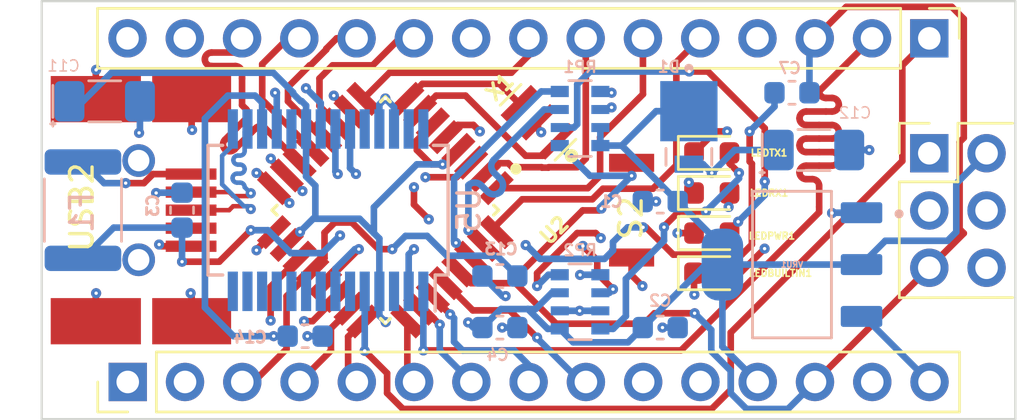
<source format=kicad_pcb>
(kicad_pcb (version 20211014) (generator pcbnew)
  (layers (0 "F.Cu" signal) (1 "In1.Cu" signal) (2 "In2.Cu" signal) (31 "B.Cu" signal) (34 "B.Paste" user) (35 "F.Paste" user) (36 "B.SilkS" user "B.Silkscreen") (37 "F.SilkS" user "F.Silkscreen") (38 "B.Mask" user) (39 "F.Mask" user) (44 "Edge.Cuts" user))
  (net 0 "")
  (net 1 "VBUS")
  (net 2 "+5V")
  (net 3 "Net-(F1-Pad2)")
  (net 4 "D1{slash}TX")
  (net 5 "D0{slash}RX")
  (net 6 "GND")
  (net 7 "RST")
  (net 8 "D2")
  (net 9 "D3")
  (net 10 "D4")
  (net 11 "D5")
  (net 12 "D6")
  (net 13 "D7")
  (net 14 "D8")
  (net 15 "D9")
  (net 16 "D10")
  (net 17 "D11{slash}MOSI")
  (net 18 "D12{slash}MISO")
  (net 19 "D13{slash}SCK")
  (net 20 "+3V3")
  (net 21 "AREF")
  (net 22 "A0")
  (net 23 "A1")
  (net 24 "A2")
  (net 25 "A3")
  (net 26 "A4")
  (net 27 "A5")
  (net 28 "A6")
  (net 29 "A7")
  (net 30 "VCC")
  (net 31 "RP2A2")
  (net 32 "RP1C2")
  (net 33 "Net-(LEDRX1-Pad1)")
  (net 34 "Net-(LEDRX1-Pad2)")
  (net 35 "Net-(LEDTX1-Pad1)")
  (net 36 "Net-(LEDTX1-Pad2)")
  (net 37 "RP1A1")
  (net 38 "Net-(U2-Pad7)")
  (net 39 "Net-(U2-Pad8)")
  (net 40 "RP1B1")
  (net 41 "Net-(C7-Pad1)")
  (net 54 "D+")
  (net 55 "D-")
  (footprint "CSTCE16M0V53Z-R0:OSC_CSTCE16M0V53Z-R0" (layer "F.Cu") (at 153.3295 98.7195 135)
    (fp_text reference "X1")
    (fp_text value "CSTCE16M0V53Z-R0" hide)
  )
  (footprint "SKRKAEE010:SKRK" (layer "F.Cu") (at 157.48 102.616 90)
    (fp_text reference "S2")
    (fp_text value "SW")
  )
  (footprint "LED_SMD:LED_0603_1608Metric" (layer "F.Cu") (at 161.036 100.076)
    (fp_text reference "LEDTX1")
    (fp_text value "Green LED-0603" hide)
  )
  (footprint "ATMEGA328PB-AU:QFP80P900X900X120-32N" (layer "F.Cu") (at 146.558 102.616 -135)
    (fp_text reference "U2")
    (fp_text value "ATMEGA328PB-AU" hide)
  )
  (footprint "Connector_PinHeader_2.54mm:PinHeader_2x03_P2.54mm_Vertical" (layer "F.Cu") (at 170.683 100.091)
    (fp_text reference "H3" hide)
    (fp_text value "CONN_03X22X3_SILK_MALE_PTH" hide)
  )
  (footprint "Connector_PinHeader_2.54mm:PinHeader_1x15_P2.54mm_Vertical" (layer "F.Cu") (at 170.683 94.996 -90)
    (fp_text reference "H1" hide)
    (fp_text value "CONN_15" hide)
  )
  (footprint "Connector_PinHeader_2.54mm:PinHeader_1x15_P2.54mm_Vertical" (layer "F.Cu") (at 135.133 110.236 90)
    (fp_text reference "H2" hide)
    (fp_text value "CONN_15" hide)
  )
  (footprint "LED_SMD:LED_0603_1608Metric" (layer "F.Cu") (at 161.036 103.632)
    (fp_text reference "LEDPWR1")
    (fp_text value "GREEN LED-0603" hide)
  )
  (footprint "67503-1020:67503-1020" (layer "F.Cu") (at 129.7177 102.616)
    (fp_text reference "USB2")
    (fp_text value "USB_B_Mini" hide)
  )
  (footprint "LED_SMD:LED_0603_1608Metric" (layer "F.Cu") (at 161.036 105.41)
    (fp_text reference "LEDBUILTIN1")
    (fp_text value "LED-0603" hide)
  )
  (footprint "LED_SMD:LED_0603_1608Metric" (layer "F.Cu") (at 161.036 101.854)
    (fp_text reference "LEDRX1")
    (fp_text value "Red LED-0603" hide)
  )
  (footprint "Capacitor_SMD:C_0603_1608Metric" (layer "B.Cu") (at 151.638 105.537 180)
    (fp_text reference "C13")
    (fp_text value "100nF" hide)
  )
  (footprint "Capacitor_SMD:C_0603_1608Metric" (layer "B.Cu") (at 151.638 107.823)
    (fp_text reference "C4")
    (fp_text value "1uF" hide)
  )
  (footprint "Capacitor_SMD:C_0603_1608Metric" (layer "B.Cu") (at 137.541 102.616 90)
    (fp_text reference "C3")
    (fp_text value "100nF")
  )
  (footprint "Package_SO:SSOP-28_5.3x10.2mm_P0.65mm" (layer "B.Cu") (at 144.018 102.616 90)
    (fp_text reference "U5")
    (fp_text value "FT232RL" hide)
  )
  (footprint "Resistor_SMD:R_Array_Convex_4x0603" (layer "B.Cu") (at 155.194 106.68 180)
    (fp_text reference "RP2")
    (fp_text value "1K" hide)
  )
  (footprint "Capacitor_SMD:C_1206_3216Metric_Pad1.33x1.80mm_HandSolder" (layer "B.Cu") (at 134.112 97.79)
    (fp_text reference "C11")
    (fp_text value "4.7Uf" hide)
  )
  (footprint "SS3P3HM3_85A:DIO_SS3P3HM3_85A" (layer "B.Cu") (at 160.02 98.9247 -90)
    (fp_text reference "D1")
    (fp_text value "DIODE" hide)
  )
  (footprint "LM1117IMPX:SOT230P700X180-4N" (layer "B.Cu") (at 164.592 105.029 180)
    (fp_text reference "VRU1")
    (fp_text value "LM1117IMPX-5.0" hide)
  )
  (footprint "Capacitor_SMD:C_0603_1608Metric" (layer "B.Cu") (at 158.75 107.823)
    (fp_text reference "C2")
    (fp_text value "1uF" hide)
  )
  (footprint "Capacitor_SMD:C_0603_1608Metric" (layer "B.Cu") (at 143.002 108.204)
    (fp_text reference "C14")
    (fp_text value "100nF" hide)
  )
  (footprint "Resistor_SMD:R_Array_Convex_4x0603" (layer "B.Cu") (at 155.194 98.552)
    (fp_text reference "RP1")
    (fp_text value "1K" hide)
  )
  (footprint "Fuse:Fuse_1812_4532Metric" (layer "B.Cu") (at 133.1468 102.616 90)
    (fp_text reference "F1")
    (fp_text value "500mA" hide)
  )
  (footprint "Capacitor_SMD:C_0603_1608Metric" (layer "B.Cu") (at 158.75 102.235 180)
    (fp_text reference "C1")
    (fp_text value "1uF" hide)
  )
  (footprint "Capacitor_SMD:C_0603_1608Metric" (layer "B.Cu") (at 164.592 97.409)
    (fp_text reference "C7")
    (fp_text value "100nF" hide)
  )
  (footprint "Capacitor_SMD:C_1206_3216Metric_Pad1.33x1.80mm_HandSolder" (layer "B.Cu") (at 165.5695 99.949)
    (fp_text reference "C12")
    (fp_text value "4.7uF" hide)
  )
  (gr_rect (start 131.318 93.345) (end 174.498 111.887) (layer "Edge.Cuts") (width 0.1) (fill none))
  (segment (start 139.192 104.902) (end 140.589 103.505) (width 0.29337) (layer "F.Cu") (net 1))
  (segment (start 137.541 104.902) (end 139.192 104.902) (width 0.29337) (layer "F.Cu") (net 1))
  (via (at 137.541 104.902) (size 0.45) (drill 0.15) (layers "F.Cu" "B.Cu") (net 1))
  (via (at 161.036 100.965) (size 0.45) (drill 0.15) (layers "F.Cu" "B.Cu") (net 1))
  (via (at 140.589 103.505) (size 0.45) (drill 0.15) (layers "F.Cu" "B.Cu") (net 1))
  (via (at 144.548889 103.736111) (size 0.45) (drill 0.15) (layers "F.Cu" "B.Cu") (net 1))
  (segment (start 142.367 104.521) (end 143.764 104.521) (width 0.29337) (layer "B.Cu") (net 1))
  (segment (start 161.036 100.965) (end 162.052 99.949) (width 0.29337) (layer "B.Cu") (net 1))
  (segment (start 134.5093 103.391) (end 133.1468 104.7535) (width 0.29337) (layer "B.Cu") (net 1))
  (segment (start 140.589 103.505) (end 141.351 103.505) (width 0.29337) (layer "B.Cu") (net 1))
  (segment (start 143.764 104.521) (end 144.548889 103.736111) (width 0.29337) (layer "B.Cu") (net 1))
  (segment (start 162.052 99.949) (end 164.007 99.949) (width 0.29337) (layer "B.Cu") (net 1))
  (segment (start 137.541 103.391) (end 134.5093 103.391) (width 0.29337) (layer "B.Cu") (net 1))
  (segment (start 137.541 103.391) (end 137.541 104.902) (width 0.29337) (layer "B.Cu") (net 1))
  (segment (start 160.6482 100.5772) (end 161.036 100.965) (width 0.29337) (layer "B.Cu") (net 1))
  (segment (start 160.02 100.5772) (end 160.6482 100.5772) (width 0.29337) (layer "B.Cu") (net 1))
  (segment (start 141.351 103.505) (end 142.367 104.521) (width 0.29337) (layer "B.Cu") (net 1))
  (segment (start 142.18808 104.157493) (end 142.194521 104.157493) (width 0.29337) (layer "F.Cu") (net 2))
  (segment (start 147.955 99.949) (end 147.955 99.521944) (width 0.29337) (layer "F.Cu") (net 2))
  (segment (start 147.955 99.521944) (end 148.665178 98.811766) (width 0.29337) (layer "F.Cu") (net 2))
  (segment (start 149.098 100.584) (end 148.59 100.584) (width 0.29337) (layer "F.Cu") (net 2))
  (segment (start 142.194521 104.157493) (end 142.774618 103.577396) (width 0.29337) (layer "F.Cu") (net 2))
  (segment (start 149.738864 99.943136) (end 149.098 100.584) (width 0.29337) (layer "F.Cu") (net 2))
  (segment (start 148.59 100.584) (end 147.955 99.949) (width 0.29337) (layer "F.Cu") (net 2))
  (segment (start 149.796549 99.943136) (end 149.738864 99.943136) (width 0.29337) (layer "F.Cu") (net 2))
  (via (at 150.231422 107.593786) (size 0.45) (drill 0.15) (layers "F.Cu" "B.Cu") (net 2))
  (via (at 146.573688 107.58073) (size 0.45) (drill 0.15) (layers "F.Cu" "B.Cu") (net 2))
  (via (at 149.098 100.584) (size 0.45) (drill 0.15) (layers "F.Cu" "B.Cu") (net 2))
  (via (at 142.774618 103.577396) (size 0.45) (drill 0.15) (layers "F.Cu" "B.Cu") (net 2))
  (segment (start 143.355014 102.997) (end 145.415 102.997) (width 0.29337) (layer "B.Cu") (net 2))
  (segment (start 143.043 101.120942) (end 143.453602 101.531544) (width 0.29337) (layer "B.Cu") (net 2))
  (segment (start 167.677 105.029) (end 168.731685 103.974315) (width 0.29337) (layer "B.Cu") (net 2))
  (segment (start 134.412485 96.52) (end 133.142485 97.79) (width 0.29337) (layer "B.Cu") (net 2))
  (segment (start 154.294 107.88) (end 153.758 107.88) (width 0.29337) (layer "B.Cu") (net 2))
  (segment (start 142.774618 103.577396) (end 143.355014 102.997) (width 0.29337) (layer "B.Cu") (net 2))
  (segment (start 168.731685 103.974315) (end 171.488685 103.974315) (width 0.29337) (layer "B.Cu") (net 2))
  (segment (start 151.684685 107.001315) (end 150.863 107.823) (width 0.29337) (layer "B.Cu") (net 2))
  (segment (start 143.043 99.016) (end 143.043 97.97533) (width 0.29337) (layer "B.Cu") (net 2))
  (segment (start 171.879685 103.583315) (end 171.879685 101.434315) (width 0.29337) (layer "B.Cu") (net 2))
  (segment (start 145.415 102.997) (end 146.05 103.632) (width 0.29337) (layer "B.Cu") (net 2))
  (segment (start 142.466134 97.445704) (end 142.466134 97.398464) (width 0.29337) (layer "B.Cu") (net 2))
  (segment (start 146.293 106.216) (end 146.293 103.875) (width 0.29337) (layer "B.Cu") (net 2))
  (segment (start 158.5678 98.2262) (end 157.042 99.752) (width 0.29337) (layer "B.Cu") (net 2))
  (segment (start 161.507 105.029) (end 161.507 108.67) (width 0.29337) (layer "B.Cu") (net 2))
  (segment (start 157.321315 108.476685) (end 154.890685 108.476685) (width 0.29337) (layer "B.Cu") (net 2))
  (segment (start 160.769 105.029) (end 161.507 105.029) (width 0.29337) (layer "B.Cu") (net 2))
  (segment (start 160.02 98.2262) (end 158.5678 98.2262) (width 0.29337) (layer "B.Cu") (net 2))
  (segment (start 143.043 97.97533) (end 142.848259 97.780589) (width 0.29337) (layer "B.Cu") (net 2))
  (segment (start 146.05 102.489) (end 147.955 100.584) (width 0.29337) (layer "B.Cu") (net 2))
  (segment (start 152.879315 107.001315) (end 151.684685 107.001315) (width 0.29337) (layer "B.Cu") (net 2))
  (segment (start 153.943 106.28) (end 153.221685 107.001315) (width 0.29337) (layer "B.Cu") (net 2))
  (segment (start 146.293 107.300042) (end 146.573688 107.58073) (width 0.29337) (layer "B.Cu") (net 2))
  (segment (start 150.460636 107.823) (end 150.231422 107.593786) (width 0.29337) (layer "B.Cu") (net 2))
  (segment (start 161.507 105.029) (end 167.677 105.029) (width 0.29337) (layer "B.Cu") (net 2))
  (segment (start 171.488685 103.974315) (end 171.879685 103.583315) (width 0.29337) (layer "B.Cu") (net 2))
  (segment (start 143.043 99.016) (end 143.043 101.120942) (width 0.29337) (layer "B.Cu") (net 2))
  (segment (start 161.507 104.217) (end 161.507 105.029) (width 0.29337) (layer "B.Cu") (net 2))
  (segment (start 146.05 103.632) (end 146.05 102.489) (width 0.29337) (layer "B.Cu") (net 2))
  (segment (start 147.955 100.584) (end 149.098 100.584) (width 0.29337) (layer "B.Cu") (net 2))
  (segment (start 153.758 107.88) (end 152.879315 107.001315) (width 0.29337) (layer "B.Cu") (net 2))
  (segment (start 157.975 107.823) (end 157.321315 108.476685) (width 0.29337) (layer "B.Cu") (net 2))
  (segment (start 150.863 107.823) (end 150.460636 107.823) (width 0.29337) (layer "B.Cu") (net 2))
  (segment (start 154.294 106.28) (end 153.943 106.28) (width 0.29337) (layer "B.Cu") (net 2))
  (segment (start 161.507 108.67) (end 163.073 110.236) (width 0.29337) (layer "B.Cu") (net 2))
  (segment (start 146.293 103.875) (end 146.05 103.632) (width 0.29337) (layer "B.Cu") (net 2))
  (segment (start 143.453602 101.531544) (end 143.453602 102.898412) (width 0.29337) (layer "B.Cu") (net 2))
  (segment (start 142.848259 97.780589) (end 142.801019 97.780589) (width 0.29337) (layer "B.Cu") (net 2))
  (segment (start 146.293 106.216) (end 146.293 107.300042) (width 0.29337) (layer "B.Cu") (net 2))
  (segment (start 143.453602 102.898412) (end 142.774618 103.577396) (width 0.29337) (layer "B.Cu") (net 2))
  (segment (start 159.525 102.235) (end 161.507 104.217) (width 0.29337) (layer "B.Cu") (net 2))
  (segment (start 159.525 102.235) (end 157.042 99.752) (width 0.29337) (layer "B.Cu") (net 2))
  (segment (start 142.466134 97.398464) (end 141.58767 96.52) (width 0.29337) (layer "B.Cu") (net 2))
  (segment (start 141.58767 96.52) (end 134.412485 96.52) (width 0.29337) (layer "B.Cu") (net 2))
  (segment (start 154.890685 108.476685) (end 154.294 107.88) (width 0.29337) (layer "B.Cu") (net 2))
  (segment (start 142.801019 97.780589) (end 142.466134 97.445704) (width 0.29337) (layer "B.Cu") (net 2))
  (segment (start 153.221685 107.001315) (end 152.879315 107.001315) (width 0.29337) (layer "B.Cu") (net 2))
  (segment (start 171.879685 101.434315) (end 173.223 100.091) (width 0.29337) (layer "B.Cu") (net 2))
  (segment (start 157.042 99.752) (end 156.094 99.752) (width 0.29337) (layer "B.Cu") (net 2))
  (segment (start 133.142485 97.79) (end 132.5495 97.79) (width 0.29337) (layer "B.Cu") (net 2))
  (segment (start 156.094 99.752) (end 156.094 98.952) (width 0.29337) (layer "B.Cu") (net 2))
  (segment (start 157.975 107.823) (end 160.769 105.029) (width 0.29337) (layer "B.Cu") (net 2))
  (segment (start 135.849651 101.4168) (end 135.04143 101.4168) (width 0.29337) (layer "F.Cu") (net 3))
  (segment (start 136.250451 101.016) (end 135.849651 101.4168) (width 0.29337) (layer "F.Cu") (net 3))
  (segment (start 137.9427 101.016) (end 136.250451 101.016) (width 0.29337) (layer "F.Cu") (net 3))
  (via (at 135.04143 101.4168) (size 0.45) (drill 0.15) (layers "F.Cu" "B.Cu") (net 3))
  (segment (start 134.0851 101.4168) (end 133.1468 100.4785) (width 0.29337) (layer "B.Cu") (net 3))
  (segment (start 135.04143 101.4168) (end 134.0851 101.4168) (width 0.29337) (layer "B.Cu") (net 3))
  (segment (start 161.028684 111.432685) (end 161.876315 110.585054) (width 0.29337) (layer "F.Cu") (net 4))
  (segment (start 161.876315 108.04517) (end 169.486315 100.43517) (width 0.29337) (layer "F.Cu") (net 4))
  (segment (start 161.876315 110.585054) (end 161.876315 108.04517) (width 0.29337) (layer "F.Cu") (net 4))
  (segment (start 146.636315 109.84832) (end 146.636315 110.731684) (width 0.29337) (layer "F.Cu") (net 4))
  (segment (start 146.636315 110.731684) (end 147.337316 111.432685) (width 0.29337) (layer "F.Cu") (net 4))
  (segment (start 169.486315 100.43517) (end 169.486315 96.192685) (width 0.29337) (layer "F.Cu") (net 4))
  (segment (start 147.337316 111.432685) (end 161.028684 111.432685) (width 0.29337) (layer "F.Cu") (net 4))
  (segment (start 145.643 108.855005) (end 146.636315 109.84832) (width 0.29337) (layer "F.Cu") (net 4))
  (segment (start 169.486315 96.192685) (end 170.683 94.996) (width 0.29337) (layer "F.Cu") (net 4))
  (via (at 145.643 108.855005) (size 0.45) (drill 0.15) (layers "F.Cu" "B.Cu") (net 4))
  (via (at 156.591 98.058503) (size 0.45) (drill 0.15) (layers "F.Cu" "B.Cu") (net 4))
  (segment (start 145.643 108.855005) (end 145.643 106.216) (width 0.29337) (layer "B.Cu") (net 4))
  (segment (start 165.798315 100.040685) (end 166.369157 100.040685) (width 0.29337) (layer "F.Cu") (net 5))
  (segment (start 165.798315 102.474206) (end 165.798315 102.709831) (width 0.29337) (layer "F.Cu") (net 5))
  (segment (start 166.098315 98.240685) (end 165.227473 98.240685) (width 0.29337) (layer "F.Cu") (net 5))
  (segment (start 165.798315 98.840685) (end 166.369157 98.840685) (width 0.29337) (layer "F.Cu") (net 5))
  (segment (start 166.369157 99.440685) (end 165.798315 99.440685) (width 0.29337) (layer "F.Cu") (net 5))
  (segment (start 166.098315 97.640685) (end 166.369157 97.640685) (width 0.29337) (layer "F.Cu") (net 5))
  (segment (start 165.798315 100.640685) (end 165.227473 100.640685) (width 0.29337) (layer "F.Cu") (net 5))
  (segment (start 165.798315 102.709831) (end 159.672122 108.836024) (width 0.29337) (layer "F.Cu") (net 5))
  (segment (start 165.227473 101.240685) (end 165.498315 101.240685) (width 0.29337) (layer "F.Cu") (net 5))
  (segment (start 166.369157 100.640685) (end 165.798315 100.640685) (width 0.29337) (layer "F.Cu") (net 5))
  (segment (start 165.227473 100.040685) (end 165.798315 100.040685) (width 0.29337) (layer "F.Cu") (net 5))
  (segment (start 159.672122 108.836024) (end 148.243 108.836024) (width 0.29337) (layer "F.Cu") (net 5))
  (segment (start 168.143 94.996) (end 165.798315 97.340685) (width 0.29337) (layer "F.Cu") (net 5))
  (segment (start 165.798315 99.440685) (end 165.227473 99.440685) (width 0.29337) (layer "F.Cu") (net 5))
  (segment (start 165.798315 101.540685) (end 165.798315 102.474206) (width 0.29337) (layer "F.Cu") (net 5))
  (segment (start 165.227473 98.840685) (end 165.798315 98.840685) (width 0.29337) (layer "F.Cu") (net 5))
  (segment (start 166.369157 98.240685) (end 166.098315 98.240685) (width 0.29337) (layer "F.Cu") (net 5))
  (via (at 156.591 97.409) (size 0.45) (drill 0.15) (layers "F.Cu" "B.Cu") (net 5))
  (via (at 148.243 108.836024) (size 0.45) (drill 0.15) (layers "F.Cu" "B.Cu") (net 5))
  (arc (start 166.669157 97.940685) (mid 166.581289 98.152817) (end 166.369157 98.240685) (width 0.29337) (layer "F.Cu") (net 5))
  (arc (start 165.227473 98.240685) (mid 165.015341 98.328553) (end 164.927473 98.540685) (width 0.29337) (layer "F.Cu") (net 5))
  (arc (start 166.369157 100.040685) (mid 166.581289 100.128553) (end 166.669157 100.340685) (width 0.29337) (layer "F.Cu") (net 5))
  (arc (start 165.498315 101.240685) (mid 165.710447 101.328553) (end 165.798315 101.540685) (width 0.29337) (layer "F.Cu") (net 5))
  (arc (start 166.669157 99.140685) (mid 166.581289 99.352817) (end 166.369157 99.440685) (width 0.29337) (layer "F.Cu") (net 5))
  (arc (start 165.227473 100.640685) (mid 165.015341 100.728553) (end 164.927473 100.940685) (width 0.29337) (layer "F.Cu") (net 5))
  (arc (start 164.927473 99.740685) (mid 165.015341 99.952817) (end 165.227473 100.040685) (width 0.29337) (layer "F.Cu") (net 5))
  (arc (start 166.669157 100.340685) (mid 166.581289 100.552817) (end 166.369157 100.640685) (width 0.29337) (layer "F.Cu") (net 5))
  (arc (start 165.227473 99.440685) (mid 165.015341 99.528553) (end 164.927473 99.740685) (width 0.29337) (layer "F.Cu") (net 5))
  (arc (start 165.798315 97.340685) (mid 165.886183 97.552817) (end 166.098315 97.640685) (width 0.29337) (layer "F.Cu") (net 5))
  (arc (start 164.927473 98.540685) (mid 165.015341 98.752817) (end 165.227473 98.840685) (width 0.29337) (layer "F.Cu") (net 5))
  (arc (start 166.369157 98.840685) (mid 166.581289 98.928553) (end 166.669157 99.140685) (width 0.29337) (layer "F.Cu") (net 5))
  (arc (start 166.369157 97.640685) (mid 166.581289 97.728553) (end 166.669157 97.940685) (width 0.29337) (layer "F.Cu") (net 5))
  (arc (start 164.927473 100.940685) (mid 165.015341 101.152817) (end 165.227473 101.240685) (width 0.29337) (layer "F.Cu") (net 5))
  (segment (start 148.243 108.836024) (end 148.243 106.216) (width 0.29337) (layer "B.Cu") (net 5))
  (segment (start 150.749 99.123185) (end 150.462126 98.836311) (width 0.29337) (layer "F.Cu") (net 6))
  (segment (start 137.9677 97.691) (end 137.9677 99.041885) (width 0.29337) (layer "F.Cu") (net 6))
  (segment (start 133.7177 96.4063) (end 133.731 96.393) (width 0.29337) (layer "F.Cu") (net 6))
  (segment (start 143.885136 105.842571) (end 145.382262 104.345445) (width 0.29337) (layer "F.Cu") (net 6))
  (segment (start 153.3295 99.018932) (end 153.3295 98.7195) (width 0.29337) (layer "F.Cu") (net 6))
  (segment (start 160.2485 105.41) (end 160.2485 106.345954) (width 0.29337) (layer "F.Cu") (net 6))
  (segment (start 160.2485 106.345954) (end 160.263043 106.360497) (width 0.29337) (layer "F.Cu") (net 6))
  (segment (start 149.715871 101.155185) (end 150.362234 100.508822) (width 0.29337) (layer "F.Cu") (net 6))
  (segment (start 157.48 104.716) (end 157.48 105.502207) (width 0.29337) (layer "F.Cu") (net 6))
  (segment (start 160.2485 103.632) (end 159.512 103.632) (width 0.29337) (layer "F.Cu") (net 6))
  (segment (start 133.7177 97.691) (end 133.7177 96.4063) (width 0.29337) (layer "F.Cu") (net 6))
  (segment (start 137.9677 106.3447) (end 137.922 106.299) (width 0.29337) (layer "F.Cu") (net 6))
  (segment (start 137.9677 99.041885) (end 137.985815 99.06) (width 0.29337) (layer "F.Cu") (net 6))
  (segment (start 149.772004 98.836311) (end 149.230864 99.377451) (width 0.29337) (layer "F.Cu") (net 6))
  (segment (start 136.601 104.216) (end 136.525 104.14) (width 0.29337) (layer "F.Cu") (net 6))
  (segment (start 133.7177 107.541) (end 133.7177 106.3123) (width 0.29337) (layer "F.Cu") (net 6))
  (segment (start 153.469556 99.158988) (end 153.3295 99.018932) (width 0.29337) (layer "F.Cu") (net 6))
  (segment (start 133.7177 106.3123) (end 133.731 106.299) (width 0.29337) (layer "F.Cu") (net 6))
  (segment (start 157.48 105.502207) (end 157.958978 105.981185) (width 0.29337) (layer "F.Cu") (net 6))
  (segment (start 150.462126 98.836311) (end 149.772004 98.836311) (width 0.29337) (layer "F.Cu") (net 6))
  (segment (start 137.9427 104.216) (end 136.601 104.216) (width 0.29337) (layer "F.Cu") (net 6))
  (segment (start 148.334558 101.155185) (end 149.715871 101.155185) (width 0.29337) (layer "F.Cu") (net 6))
  (segment (start 143.885136 105.854549) (end 143.885136 105.842571) (width 0.29337) (layer "F.Cu") (net 6))
  (segment (start 137.9677 107.541) (end 137.9677 106.3447) (width 0.29337) (layer "F.Cu") (net 6))
  (via (at 168.021 99.949) (size 0.45) (drill 0.15) (layers "F.Cu" "B.Cu") (net 6))
  (via (at 136.525 104.14) (size 0.45) (drill 0.15) (layers "F.Cu" "B.Cu") (net 6))
  (via (at 133.731 106.299) (size 0.45) (drill 0.15) (layers "F.Cu" "B.Cu") (net 6))
  (via (at 137.922 106.299) (size 0.45) (drill 0.15) (layers "F.Cu" "B.Cu") (net 6))
  (via (at 136.393198 101.854) (size 0.45) (drill 0.15) (layers "F.Cu" "B.Cu") (net 6))
  (via (at 146.558 97.663) (size 0.45) (drill 0.15) (layers "F.Cu" "B.Cu") (net 6))
  (via (at 151.7375 107.823) (size 0.45) (drill 0.15) (layers "F.Cu" "B.Cu") (net 6))
  (via (at 160.263043 106.360497) (size 0.45) (drill 0.15) (layers "F.Cu" "B.Cu") (net 6))
  (via (at 135.636 99.187) (size 0.45) (drill 0.15) (layers "F.Cu" "B.Cu") (net 6))
  (via (at 141.668185 97.409) (size 0.45) (drill 0.15) (layers "F.Cu" "B.Cu") (net 6))
  (via (at 150.749 99.123185) (size 0.45) (drill 0.15) (layers "F.Cu" "B.Cu") (net 6))
  (via (at 157.958978 105.981185) (size 0.45) (drill 0.15) (layers "F.Cu" "B.Cu") (net 6))
  (via (at 166.37 102.743) (size 0.45) (drill 0.15) (layers "F.Cu" "B.Cu") (net 6))
  (via (at 143.1015 108.204) (size 0.45) (drill 0.15) (layers "F.Cu" "B.Cu") (net 6))
  (via (at 159.512 103.632) (size 0.45) (drill 0.15) (layers "F.Cu" "B.Cu") (net 6))
  (via (at 148.334558 101.155185) (size 0.45) (drill 0.15) (layers "F.Cu" "B.Cu") (net 6))
  (via (at 137.985815 99.06) (size 0.45) (drill 0.15) (layers "F.Cu" "B.Cu") (net 6))
  (via (at 145.382262 104.345445) (size 0.45) (drill 0.15) (layers "F.Cu" "B.Cu") (net 6))
  (via (at 151.892 106.426) (size 0.45) (drill 0.15) (layers "F.Cu" "B.Cu") (net 6))
  (via (at 158.565 102.229152) (size 0.45) (drill 0.15) (layers "F.Cu" "B.Cu") (net 6))
  (via (at 143.037819 97.208904) (size 0.45) (drill 0.15) (layers "F.Cu" "B.Cu") (net 6))
  (via (at 153.469556 99.158988) (size 0.45) (drill 0.15) (layers "F.Cu" "B.Cu") (net 6))
  (via (at 158.8495 107.823) (size 0.45) (drill 0.15) (layers "F.Cu" "B.Cu") (net 6))
  (via (at 133.731 96.393) (size 0.45) (drill 0.15) (layers "F.Cu" "B.Cu") (net 6))
  (via (at 155.175 107.08) (size 0.45) (drill 0.15) (layers "F.Cu" "B.Cu") (net 6))
  (segment (start 141.743 99.016) (end 141.743 97.483815) (width 0.29337) (layer "B.Cu") (net 6))
  (segment (start 143.777 108.204) (end 143.1015 108.204) (width 0.29337) (layer "B.Cu") (net 6))
  (segment (start 146.293 97.928) (end 146.293 99.016) (width 0.29337) (layer "B.Cu") (net 6))
  (segment (start 146.558 97.663) (end 146.293 97.928) (width 0.29337) (layer "B.Cu") (net 6))
  (segment (start 146.558 97.663) (end 146.943 98.048) (width 0.29337) (layer "B.Cu") (net 6))
  (segment (start 159.525 107.823) (end 158.8495 107.823) (width 0.29337) (layer "B.Cu") (net 6))
  (segment (start 144.343 106.216) (end 144.343 105.212) (width 0.29337) (layer "B.Cu") (net 6))
  (segment (start 167.132 99.949) (end 168.021 99.949) (width 0.29337) (layer "B.Cu") (net 6))
  (segment (start 141.743 97.483815) (end 141.668185 97.409) (width 0.29337) (layer "B.Cu") (net 6))
  (segment (start 143.693 97.864085) (end 143.693 99.016) (width 0.29337) (layer "B.Cu") (net 6))
  (segment (start 166.384 102.729) (end 166.37 102.743) (width 0.29337) (layer "B.Cu") (net 6))
  (segment (start 151.752 106.426) (end 150.863 105.537) (width 0.29337) (layer "B.Cu") (net 6))
  (segment (start 151.892 106.426) (end 151.752 106.426) (width 0.29337) (layer "B.Cu") (net 6))
  (segment (start 136.406198 101.841) (end 136.393198 101.854) (width 0.29337) (layer "B.Cu") (net 6))
  (segment (start 158.559152 102.235) (end 158.565 102.229152) (width 0.29337) (layer "B.Cu") (net 6))
  (segment (start 143.037819 97.208904) (end 143.693 97.864085) (width 0.29337) (layer "B.Cu") (net 6))
  (segment (start 144.343 105.212) (end 145.209555 104.345445) (width 0.29337) (layer "B.Cu") (net 6))
  (segment (start 167.677 102.729) (end 166.384 102.729) (width 0.29337) (layer "B.Cu") (net 6))
  (segment (start 157.975 102.235) (end 158.559152 102.235) (width 0.29337) (layer "B.Cu") (net 6))
  (segment (start 146.943 98.048) (end 146.943 99.016) (width 0.29337) (layer "B.Cu") (net 6))
  (segment (start 135.6745 97.79) (end 135.6745 99.1485) (width 0.29337) (layer "B.Cu") (net 6))
  (segment (start 137.541 101.841) (end 136.406198 101.841) (width 0.29337) (layer "B.Cu") (net 6))
  (segment (start 156.094 107.08) (end 155.175 107.08) (width 0.29337) (layer "B.Cu") (net 6))
  (segment (start 145.209555 104.345445) (end 145.382262 104.345445) (width 0.29337) (layer "B.Cu") (net 6))
  (segment (start 135.6745 99.1485) (end 135.636 99.187) (width 0.29337) (layer "B.Cu") (net 6))
  (segment (start 155.175 107.08) (end 154.294 107.08) (width 0.29337) (layer "B.Cu") (net 6))
  (segment (start 152.413 107.823) (end 151.7375 107.823) (width 0.29337) (layer "B.Cu") (net 6))
  (segment (start 149.796549 105.288864) (end 150.362 105.854315) (width 0.29337) (layer "F.Cu") (net 7))
  (segment (start 157.48 101.092) (end 157.48 100.516) (width 0.29337) (layer "F.Cu") (net 7))
  (segment (start 152.336315 105.600685) (end 152.336315 105.854315) (width 0.29337) (layer "F.Cu") (net 7))
  (segment (start 172.212 103.642) (end 172.026315 103.456315) (width 0.29337) (layer "F.Cu") (net 7))
  (segment (start 156.136299 102.544098) (end 156.053464 102.626933) (width 0.29337) (layer "F.Cu") (net 7))
  (segment (start 172.026315 103.456315) (end 172.026315 99.595316) (width 0.29337) (layer "F.Cu") (net 7))
  (segment (start 170.678 105.171) (end 170.683 105.171) (width 0.29337) (layer "F.Cu") (net 7))
  (segment (start 172.212 94.13163) (end 171.67937 93.599) (width 0.29337) (layer "F.Cu") (net 7))
  (segment (start 154.133685 107.651685) (end 158.032315 107.651685) (width 0.29337) (layer "F.Cu") (net 7))
  (segment (start 170.683 105.171) (end 172.212 103.642) (width 0.29337) (layer "F.Cu") (net 7))
  (segment (start 156.053464 102.626933) (end 155.310067 102.626933) (width 0.29337) (layer "F.Cu") (net 7))
  (segment (start 172.026315 99.595316) (end 172.212 99.409631) (width 0.29337) (layer "F.Cu") (net 7))
  (segment (start 165.613 110.236) (end 170.678 105.171) (width 0.29337) (layer "F.Cu") (net 7))
  (segment (start 167 93.599) (end 165.603 94.996) (width 0.29337) (layer "F.Cu") (net 7))
  (segment (start 158.496 107.188) (end 160.274 107.188) (width 0.29337) (layer "F.Cu") (net 7))
  (segment (start 158.032315 107.651685) (end 158.496 107.188) (width 0.29337) (layer "F.Cu") (net 7))
  (segment (start 172.212 99.409631) (end 172.212 94.13163) (width 0.29337) (layer "F.Cu") (net 7))
  (segment (start 153.035 106.553) (end 154.133685 107.651685) (width 0.29337) (layer "F.Cu") (net 7))
  (segment (start 150.362 105.854315) (end 152.019 105.854315) (width 0.29337) (layer "F.Cu") (net 7))
  (segment (start 155.310067 102.626933) (end 152.336315 105.600685) (width 0.29337) (layer "F.Cu") (net 7))
  (segment (start 152.019 105.854315) (end 152.336315 105.854315) (width 0.29337) (layer "F.Cu") (net 7))
  (segment (start 152.336315 105.854315) (end 153.035 106.553) (width 0.29337) (layer "F.Cu") (net 7))
  (segment (start 171.67937 93.599) (end 167 93.599) (width 0.29337) (layer "F.Cu") (net 7))
  (via (at 157.48 101.092) (size 0.45) (drill 0.15) (layers "F.Cu" "B.Cu") (net 7))
  (via (at 156.136299 102.544098) (size 0.45) (drill 0.15) (layers "F.Cu" "B.Cu") (net 7))
  (via (at 160.274 107.188) (size 0.45) (drill 0.15) (layers "F.Cu" "B.Cu") (net 7))
  (segment (start 162.577316 111.432685) (end 164.416315 111.432685) (width 0.29337) (layer "B.Cu") (net 7))
  (segment (start 161.876315 110.731684) (end 162.577316 111.432685) (width 0.29337) (layer "B.Cu") (net 7))
  (segment (start 161.01363 107.92763) (end 161.01363 108.874361) (width 0.29337) (layer "B.Cu") (net 7))
  (segment (start 164.416315 111.432685) (end 165.613 110.236) (width 0.29337) (layer "B.Cu") (net 7))
  (segment (start 157.48 101.092) (end 155.634 101.092) (width 0.29337) (layer "B.Cu") (net 7))
  (segment (start 156.136299 102.435701) (end 157.48 101.092) (width 0.29337) (layer "B.Cu") (net 7))
  (segment (start 161.01363 108.874361) (end 161.876315 109.737046) (width 0.29337) (layer "B.Cu") (net 7))
  (segment (start 165.367 95.232) (end 165.603 94.996) (width 0.29337) (layer "B.Cu") (net 7))
  (segment (start 160.274 107.188) (end 161.01363 107.92763) (width 0.29337) (layer "B.Cu") (net 7))
  (segment (start 156.136299 102.544098) (end 156.136299 102.435701) (width 0.29337) (layer "B.Cu") (net 7))
  (segment (start 155.634 101.092) (end 154.294 99.752) (width 0.29337) (layer "B.Cu") (net 7))
  (segment (start 165.367 97.409) (end 165.367 95.232) (width 0.29337) (layer "B.Cu") (net 7))
  (segment (start 161.876315 109.737046) (end 161.876315 110.731684) (width 0.29337) (layer "B.Cu") (net 7))
  (segment (start 159.464315 96.054685) (end 160.523 94.996) (width 0.29337) (layer "F.Cu") (net 8))
  (segment (start 158.425685 101.663685) (end 159.464315 100.625055) (width 0.29337) (layer "F.Cu") (net 8))
  (segment (start 151.493605 103.268395) (end 152.628437 102.133563) (width 0.29337) (layer "F.Cu") (net 8))
  (segment (start 155.739167 102.133563) (end 156.209045 101.663685) (width 0.29337) (layer "F.Cu") (net 8))
  (segment (start 151.493605 103.591807) (end 151.493605 103.268395) (width 0.29337) (layer "F.Cu") (net 8))
  (segment (start 159.464315 100.625055) (end 159.464315 96.054685) (width 0.29337) (layer "F.Cu") (net 8))
  (segment (start 152.628437 102.133563) (end 155.739167 102.133563) (width 0.29337) (layer "F.Cu") (net 8))
  (segment (start 156.209045 101.663685) (end 158.425685 101.663685) (width 0.29337) (layer "F.Cu") (net 8))
  (segment (start 157.983 97.474988) (end 157.983 94.996) (width 0.29337) (layer "F.Cu") (net 9))
  (segment (start 156.083 99.374988) (end 157.983 97.474988) (width 0.29337) (layer "F.Cu") (net 9))
  (segment (start 151.493605 101.640193) (end 155.534807 101.640193) (width 0.29337) (layer "F.Cu") (net 9))
  (segment (start 156.083 101.092) (end 156.083 99.374988) (width 0.29337) (layer "F.Cu") (net 9))
  (segment (start 155.534807 101.640193) (end 156.083 101.092) (width 0.29337) (layer "F.Cu") (net 9))
  (segment (start 153.7913 100.727886) (end 153.808186 100.711) (width 0.29337) (layer "F.Cu") (net 10))
  (segment (start 150.92792 101.074507) (end 151.469059 100.533368) (width 0.29337) (layer "F.Cu") (net 10))
  (segment (start 152.18607 100.711) (end 153.48721 100.711) (width 0.29337) (layer "F.Cu") (net 10))
  (segment (start 153.504096 100.727886) (end 153.7913 100.727886) (width 0.29337) (layer "F.Cu") (net 10))
  (segment (start 153.48721 100.711) (end 153.504096 100.727886) (width 0.29337) (layer "F.Cu") (net 10))
  (segment (start 153.808186 100.711) (end 155.067 100.711) (width 0.29337) (layer "F.Cu") (net 10))
  (segment (start 151.469059 100.533368) (end 152.008438 100.533368) (width 0.29337) (layer "F.Cu") (net 10))
  (segment (start 155.448 100.33) (end 155.448 95.001) (width 0.29337) (layer "F.Cu") (net 10))
  (segment (start 155.067 100.711) (end 155.448 100.33) (width 0.29337) (layer "F.Cu") (net 10))
  (segment (start 152.008438 100.533368) (end 152.18607 100.711) (width 0.29337) (layer "F.Cu") (net 10))
  (segment (start 155.448 95.001) (end 155.443 94.996) (width 0.29337) (layer "F.Cu") (net 10))
  (segment (start 145.582193 97.680395) (end 146.742588 96.52) (width 0.29337) (layer "F.Cu") (net 11))
  (segment (start 152.146 96.52) (end 152.903 95.763) (width 0.29337) (layer "F.Cu") (net 11))
  (segment (start 152.903 95.763) (end 152.903 94.996) (width 0.29337) (layer "F.Cu") (net 11))
  (segment (start 146.742588 96.52) (end 152.146 96.52) (width 0.29337) (layer "F.Cu") (net 11))
  (segment (start 145.016507 98.24608) (end 144.98208 98.24608) (width 0.29337) (layer "F.Cu") (net 12))
  (segment (start 144.98208 98.24608) (end 144.272 97.536) (width 0.29337) (layer "F.Cu") (net 12))
  (via (at 144.272 97.536) (size 0.45) (drill 0.15) (layers "F.Cu" "B.Cu") (net 12))
  (segment (start 143.637 97.997944) (end 144.450822 98.811766) (width 0.29337) (layer "F.Cu") (net 13))
  (segment (start 144.218315 96.192685) (end 143.637 96.774) (width 0.29337) (layer "F.Cu") (net 13))
  (segment (start 147.193 94.996) (end 145.996315 96.192685) (width 0.29337) (layer "F.Cu") (net 13))
  (segment (start 143.637 96.774) (end 143.637 97.997944) (width 0.29337) (layer "F.Cu") (net 13))
  (segment (start 147.823 94.996) (end 147.193 94.996) (width 0.29337) (layer "F.Cu") (net 13))
  (segment (start 145.996315 96.192685) (end 144.218315 96.192685) (width 0.29337) (layer "F.Cu") (net 13))
  (segment (start 143.939685 95.491684) (end 143.238684 96.192685) (width 0.29337) (layer "F.Cu") (net 14))
  (segment (start 145.283 94.996) (end 144.399 94.996) (width 0.29337) (layer "F.Cu") (net 14))
  (segment (start 143.238684 96.192685) (end 143.202315 96.192685) (width 0.29337) (layer "F.Cu") (net 14))
  (segment (start 143.939685 95.455315) (end 143.939685 95.491684) (width 0.29337) (layer "F.Cu") (net 14))
  (segment (start 142.24 97.79) (end 143.827451 99.377451) (width 0.29337) (layer "F.Cu") (net 14))
  (segment (start 143.202315 96.192685) (end 142.24 97.155) (width 0.29337) (layer "F.Cu") (net 14))
  (segment (start 143.827451 99.377451) (end 143.885136 99.377451) (width 0.29337) (layer "F.Cu") (net 14))
  (segment (start 142.24 97.155) (end 142.24 97.79) (width 0.29337) (layer "F.Cu") (net 14))
  (segment (start 144.399 94.996) (end 143.939685 95.455315) (width 0.29337) (layer "F.Cu") (net 14))
  (segment (start 141.097 96.139) (end 141.097 97.720685) (width 0.29337) (layer "F.Cu") (net 15))
  (segment (start 142.743 94.996) (end 142.24 94.996) (width 0.29337) (layer "F.Cu") (net 15))
  (segment (start 141.097 97.720685) (end 143.319451 99.943136) (width 0.29337) (layer "F.Cu") (net 15))
  (segment (start 142.24 94.996) (end 141.097 96.139) (width 0.29337) (layer "F.Cu") (net 15))
  (segment (start 140.203 96.769) (end 140.203 97.958056) (width 0.29337) (layer "F.Cu") (net 16))
  (segment (start 140.203 97.958056) (end 140.379775 98.134831) (width 0.29337) (layer "F.Cu") (net 16))
  (segment (start 141.228302 98.983358) (end 142.753766 100.508822) (width 0.29337) (layer "F.Cu") (net 16))
  (segment (start 140.379774 98.559096) (end 140.379775 98.559095) (width 0.29337) (layer "F.Cu") (net 16))
  (segment (start 141.228303 98.983359) (end 141.228302 98.983358) (width 0.29337) (layer "F.Cu") (net 16))
  (segment (start 139.871228 99.916169) (end 139.871227 99.91617) (width 0.29337) (layer "F.Cu") (net 16))
  (segment (start 140.203 94.996) (end 140.203 95.325) (width 0.29337) (layer "F.Cu") (net 16))
  (segment (start 140.203 96.525) (end 140.203 96.769) (width 0.29337) (layer "F.Cu") (net 16))
  (segment (start 140.379775 98.559095) (end 139.446963 99.491906) (width 0.29337) (layer "F.Cu") (net 16))
  (segment (start 139.446964 99.916171) (end 139.446963 99.91617) (width 0.29337) (layer "F.Cu") (net 16))
  (segment (start 139.903 95.625) (end 138.853 95.625) (width 0.29337) (layer "F.Cu") (net 16))
  (segment (start 139.871227 99.91617) (end 140.804038 98.983358) (width 0.29337) (layer "F.Cu") (net 16))
  (segment (start 138.853 96.225) (end 139.903 96.225) (width 0.29337) (layer "F.Cu") (net 16))
  (arc (start 138.553 95.925) (mid 138.640868 96.137132) (end 138.853 96.225) (width 0.29337) (layer "F.Cu") (net 16))
  (arc (start 140.203 95.325) (mid 140.115132 95.537132) (end 139.903 95.625) (width 0.29337) (layer "F.Cu") (net 16))
  (arc (start 139.446963 99.91617) (mid 139.659096 100.004038) (end 139.871228 99.916169) (width 0.29337) (layer "F.Cu") (net 16))
  (arc (start 139.903 96.225) (mid 140.115132 96.312868) (end 140.203 96.525) (width 0.29337) (layer "F.Cu") (net 16))
  (arc (start 140.804038 98.983358) (mid 141.016171 98.89549) (end 141.228303 98.983359) (width 0.29337) (layer "F.Cu") (net 16))
  (arc (start 138.853 95.625) (mid 138.640868 95.712868) (end 138.553 95.925) (width 0.29337) (layer "F.Cu") (net 16))
  (arc (start 139.446963 99.491906) (mid 139.359095 99.704039) (end 139.446964 99.916171) (width 0.29337) (layer "F.Cu") (net 16))
  (arc (start 140.379775 98.134831) (mid 140.467643 98.346964) (end 140.379774 98.559096) (width 0.29337) (layer "F.Cu") (net 16))
  (segment (start 141.478 100.364427) (end 142.18808 101.074507) (width 0.29337) (layer "F.Cu") (net 17))
  (segment (start 142.881917 101.768344) (end 142.18808 101.074507) (width 0.29337) (layer "F.Cu") (net 17))
  (segment (start 141.478 100.33) (end 141.478 100.364427) (width 0.29337) (layer "F.Cu") (net 17))
  (via (at 141.478 100.33) (size 0.45) (drill 0.15) (layers "F.Cu" "B.Cu") (net 17))
  (via (at 142.881917 101.768344) (size 0.45) (drill 0.15) (layers "F.Cu" "B.Cu") (net 17))
  (segment (start 140.843 100.965) (end 140.947202 100.965) (width 0.29337) (layer "F.Cu") (net 18))
  (segment (start 142.3035 102.2985) (end 141.645193 101.640193) (width 0.29337) (layer "F.Cu") (net 18))
  (segment (start 141.645193 101.640193) (end 141.622395 101.640193) (width 0.29337) (layer "F.Cu") (net 18))
  (segment (start 140.947202 100.965) (end 141.622395 101.640193) (width 0.29337) (layer "F.Cu") (net 18))
  (via (at 140.843 100.965) (size 0.45) (drill 0.15) (layers "F.Cu" "B.Cu") (net 18))
  (via (at 142.3035 102.2985) (size 0.45) (drill 0.15) (layers "F.Cu" "B.Cu") (net 18))
  (segment (start 140.843 104.394) (end 140.843 104.371202) (width 0.29337) (layer "F.Cu") (net 19))
  (segment (start 140.843 104.371202) (end 141.622395 103.591807) (width 0.29337) (layer "F.Cu") (net 19))
  (via (at 140.843 104.394) (size 0.45) (drill 0.15) (layers "F.Cu" "B.Cu") (net 19))
  (via (at 155.194 105.487815) (size 0.45) (drill 0.15) (layers "F.Cu" "B.Cu") (net 19))
  (segment (start 156.094 105.48) (end 155.201815 105.48) (width 0.29337) (layer "B.Cu") (net 19))
  (segment (start 155.201815 105.48) (end 155.194 105.487815) (width 0.29337) (layer "B.Cu") (net 19))
  (via (at 141.605 108.204) (size 0.45) (drill 0.15) (layers "F.Cu" "B.Cu") (net 20))
  (segment (start 142.227 108.204) (end 141.605 108.204) (width 0.29337) (layer "B.Cu") (net 20))
  (segment (start 139.827 108.204) (end 141.605 108.204) (width 0.29337) (layer "B.Cu") (net 20))
  (segment (start 139.573 97.536) (end 138.557 98.552) (width 0.29337) (layer "B.Cu") (net 20))
  (segment (start 138.557 98.552) (end 138.557 106.934) (width 0.29337) (layer "B.Cu") (net 20))
  (segment (start 140.78137 97.536) (end 139.573 97.536) (width 0.29337) (layer "B.Cu") (net 20))
  (segment (start 141.093 97.84763) (end 140.78137 97.536) (width 0.29337) (layer "B.Cu") (net 20))
  (segment (start 141.093 99.016) (end 141.093 97.84763) (width 0.29337) (layer "B.Cu") (net 20))
  (segment (start 138.557 106.934) (end 139.827 108.204) (width 0.29337) (layer "B.Cu") (net 20))
  (segment (start 145.074426 103.164426) (end 144.312089 103.164426) (width 0.29337) (layer "F.Cu") (net 21))
  (segment (start 140.716 110.236) (end 140.213 110.236) (width 0.29337) (layer "F.Cu") (net 21))
  (segment (start 143.860591 103.615924) (end 143.860591 104.747724) (width 0.29337) (layer "F.Cu") (net 21))
  (segment (start 142.176685 106.43163) (end 142.176685 108.775315) (width 0.29337) (layer "F.Cu") (net 21))
  (segment (start 143.860591 104.747724) (end 143.319451 105.288864) (width 0.29337) (layer "F.Cu") (net 21))
  (segment (start 144.312089 103.164426) (end 143.860591 103.615924) (width 0.29337) (layer "F.Cu") (net 21))
  (segment (start 146.255445 104.345445) (end 145.074426 103.164426) (width 0.29337) (layer "F.Cu") (net 21))
  (segment (start 142.176685 108.775315) (end 140.716 110.236) (width 0.29337) (layer "F.Cu") (net 21))
  (segment (start 146.864185 104.345445) (end 146.255445 104.345445) (width 0.29337) (layer "F.Cu") (net 21))
  (segment (start 143.319451 105.288864) (end 142.176685 106.43163) (width 0.29337) (layer "F.Cu") (net 21))
  (via (at 146.864185 104.345445) (size 0.45) (drill 0.15) (layers "F.Cu" "B.Cu") (net 21))
  (segment (start 148.411117 103.759) (end 149.290261 104.638144) (width 0.29337) (layer "B.Cu") (net 21))
  (segment (start 147.45063 103.759) (end 148.411117 103.759) (width 0.29337) (layer "B.Cu") (net 21))
  (segment (start 149.290261 104.638144) (end 151.514144 104.638144) (width 0.29337) (layer "B.Cu") (net 21))
  (segment (start 146.864185 104.345445) (end 147.45063 103.759) (width 0.29337) (layer "B.Cu") (net 21))
  (segment (start 151.514144 104.638144) (end 152.413 105.537) (width 0.29337) (layer "B.Cu") (net 21))
  (segment (start 145.016507 106.98592) (end 144.145 107.857427) (width 0.29337) (layer "F.Cu") (net 22))
  (segment (start 144.145 108.844) (end 142.753 110.236) (width 0.29337) (layer "F.Cu") (net 22))
  (segment (start 144.145 107.857427) (end 144.145 108.844) (width 0.29337) (layer "F.Cu") (net 22))
  (segment (start 145.582193 107.551605) (end 144.907 108.226798) (width 0.29337) (layer "F.Cu") (net 23))
  (segment (start 144.907 109.85) (end 145.293 110.236) (width 0.29337) (layer "F.Cu") (net 23))
  (segment (start 144.907 108.226798) (end 144.907 109.85) (width 0.29337) (layer "F.Cu") (net 23))
  (segment (start 147.533807 107.551605) (end 147.533807 109.936807) (width 0.29337) (layer "F.Cu") (net 24))
  (segment (start 147.533807 109.936807) (end 147.833 110.236) (width 0.29337) (layer "F.Cu") (net 24))
  (segment (start 148.099493 106.98592) (end 148.263766 106.98592) (width 0.29337) (layer "F.Cu") (net 25))
  (segment (start 148.263766 106.98592) (end 148.971 107.693154) (width 0.29337) (layer "F.Cu") (net 25))
  (via (at 148.971 107.693154) (size 0.45) (drill 0.15) (layers "F.Cu" "B.Cu") (net 25))
  (segment (start 148.971 107.693154) (end 148.971 108.834) (width 0.29337) (layer "B.Cu") (net 25))
  (segment (start 148.971 108.834) (end 150.373 110.236) (width 0.29337) (layer "B.Cu") (net 25))
  (segment (start 148.665178 106.468802) (end 149.431882 107.235506) (width 0.29337) (layer "F.Cu") (net 26))
  (segment (start 148.665178 106.420234) (end 148.665178 106.468802) (width 0.29337) (layer "F.Cu") (net 26))
  (via (at 149.431882 107.235506) (size 0.45) (drill 0.15) (layers "F.Cu" "B.Cu") (net 26))
  (segment (start 149.606 107.409624) (end 149.606 108.458) (width 0.29337) (layer "B.Cu") (net 26))
  (segment (start 149.606 108.458) (end 149.987 108.839) (width 0.29337) (layer "B.Cu") (net 26))
  (segment (start 152.273 108.839) (end 152.913 109.479) (width 0.29337) (layer "B.Cu") (net 26))
  (segment (start 149.431882 107.235506) (end 149.606 107.409624) (width 0.29337) (layer "B.Cu") (net 26))
  (segment (start 152.913 109.479) (end 152.913 110.236) (width 0.29337) (layer "B.Cu") (net 26))
  (segment (start 149.987 108.839) (end 152.273 108.839) (width 0.29337) (layer "B.Cu") (net 26))
  (segment (start 150.437315 107.061) (end 152.075529 107.061) (width 0.29337) (layer "F.Cu") (net 27))
  (segment (start 153.279368 108.264839) (end 153.289 108.264839) (width 0.29337) (layer "F.Cu") (net 27))
  (segment (start 149.230864 105.854549) (end 150.437315 107.061) (width 0.29337) (layer "F.Cu") (net 27))
  (segment (start 152.075529 107.061) (end 153.279368 108.264839) (width 0.29337) (layer "F.Cu") (net 27))
  (via (at 153.289 108.264839) (size 0.45) (drill 0.15) (layers "F.Cu" "B.Cu") (net 27))
  (segment (start 155.232741 110.236) (end 155.453 110.236) (width 0.29337) (layer "B.Cu") (net 27))
  (segment (start 153.289 108.264839) (end 153.289 108.292259) (width 0.29337) (layer "B.Cu") (net 27))
  (segment (start 153.289 108.292259) (end 155.232741 110.236) (width 0.29337) (layer "B.Cu") (net 27))
  (segment (start 141.469935 107.512772) (end 141.469935 106.007009) (width 0.29337) (layer "F.Cu") (net 28))
  (segment (start 141.469935 106.007009) (end 142.753766 104.723178) (width 0.29337) (layer "F.Cu") (net 28))
  (via (at 141.469935 107.512772) (size 0.45) (drill 0.15) (layers "F.Cu" "B.Cu") (net 28))
  (segment (start 143.330942 107.540114) (end 142.95255 107.540114) (width 0.29337) (layer "F.Cu") (net 29))
  (segment (start 144.450822 106.420234) (end 143.330942 107.540114) (width 0.29337) (layer "F.Cu") (net 29))
  (via (at 142.95255 107.540114) (size 0.45) (drill 0.15) (layers "F.Cu" "B.Cu") (net 29))
  (segment (start 167.786 107.329) (end 170.693 110.236) (width 0.29337) (layer "B.Cu") (net 30))
  (segment (start 167.677 107.329) (end 167.786 107.329) (width 0.29337) (layer "B.Cu") (net 30))
  (segment (start 162.290368 105.41) (end 163.377684 104.322684) (width 0.29337) (layer "F.Cu") (net 31))
  (segment (start 153.289 105.41) (end 155.06687 103.63213) (width 0.29337) (layer "F.Cu") (net 31))
  (segment (start 161.8235 105.41) (end 162.290368 105.41) (width 0.29337) (layer "F.Cu") (net 31))
  (segment (start 155.06687 103.63213) (end 155.889299 103.63213) (width 0.29337) (layer "F.Cu") (net 31))
  (segment (start 153.289 105.981185) (end 153.289 105.41) (width 0.29337) (layer "F.Cu") (net 31))
  (segment (start 155.889299 103.63213) (end 156.111219 103.85405) (width 0.29337) (layer "F.Cu") (net 31))
  (via (at 156.111219 103.85405) (size 0.45) (drill 0.15) (layers "F.Cu" "B.Cu") (net 31))
  (via (at 153.289 105.981185) (size 0.45) (drill 0.15) (layers "F.Cu" "B.Cu") (net 31))
  (via (at 163.377684 104.322684) (size 0.45) (drill 0.15) (layers "F.Cu" "B.Cu") (net 31))
  (segment (start 153.289 105.981185) (end 153.790185 105.48) (width 0.29337) (layer "B.Cu") (net 31))
  (segment (start 153.790185 105.48) (end 154.294 105.48) (width 0.29337) (layer "B.Cu") (net 31))
  (segment (start 161.8235 103.632) (end 161.8235 103.510371) (width 0.29337) (layer "F.Cu") (net 32))
  (segment (start 160.867566 96.466698) (end 160.0355 96.466698) (width 0.29337) (layer "F.Cu") (net 32))
  (segment (start 163.385185 101.346) (end 163.385185 98.984317) (width 0.29337) (layer "F.Cu") (net 32))
  (segment (start 163.385185 98.984317) (end 160.867566 96.466698) (width 0.29337) (layer "F.Cu") (net 32))
  (segment (start 161.8235 103.510371) (end 162.204555 103.129316) (width 0.29337) (layer "F.Cu") (net 32))
  (via (at 163.385185 101.346) (size 0.45) (drill 0.15) (layers "F.Cu" "B.Cu") (net 32))
  (via (at 160.0355 96.466698) (size 0.45) (drill 0.15) (layers "F.Cu" "B.Cu") (net 32))
  (via (at 162.204555 103.129316) (size 0.45) (drill 0.15) (layers "F.Cu" "B.Cu") (net 32))
  (segment (start 162.204555 103.129316) (end 163.385185 101.948686) (width 0.29337) (layer "B.Cu") (net 32))
  (segment (start 163.385185 101.948686) (end 163.385185 101.346) (width 0.29337) (layer "B.Cu") (net 32))
  (segment (start 155.635932 96.466698) (end 155.067 97.03563) (width 0.29337) (layer "B.Cu") (net 32))
  (segment (start 155.067 98.806) (end 154.921 98.952) (width 0.29337) (layer "B.Cu") (net 32))
  (segment (start 160.0355 96.466698) (end 155.635932 96.466698) (width 0.29337) (layer "B.Cu") (net 32))
  (segment (start 155.067 97.03563) (end 155.067 98.806) (width 0.29337) (layer "B.Cu") (net 32))
  (segment (start 154.921 98.952) (end 154.294 98.952) (width 0.29337) (layer "B.Cu") (net 32))
  (segment (start 160.2485 101.611202) (end 160.02 101.382702) (width 0.29337) (layer "F.Cu") (net 33))
  (segment (start 147.828 102.367398) (end 147.828 101.6) (width 0.29337) (layer "F.Cu") (net 33))
  (segment (start 148.48319 103.022588) (end 147.828 102.367398) (width 0.29337) (layer "F.Cu") (net 33))
  (segment (start 160.2485 101.854) (end 160.2485 101.611202) (width 0.29337) (layer "F.Cu") (net 33))
  (via (at 145.255155 101.010663) (size 0.45) (drill 0.15) (layers "F.Cu" "B.Cu") (net 33))
  (via (at 147.828 101.6) (size 0.45) (drill 0.15) (layers "F.Cu" "B.Cu") (net 33))
  (via (at 148.48319 103.022588) (size 0.45) (drill 0.15) (layers "F.Cu" "B.Cu") (net 33))
  (via (at 160.02 101.382702) (size 0.45) (drill 0.15) (layers "F.Cu" "B.Cu") (net 33))
  (segment (start 144.993 100.748508) (end 145.255155 101.010663) (width 0.29337) (layer "B.Cu") (net 33))
  (segment (start 144.993 99.016) (end 144.993 100.748508) (width 0.29337) (layer "B.Cu") (net 33))
  (segment (start 155.956 105.424046) (end 155.956 104.838815) (width 0.29337) (layer "F.Cu") (net 34))
  (segment (start 155.956 104.838815) (end 155.321 104.203815) (width 0.29337) (layer "F.Cu") (net 34))
  (segment (start 156.654815 106.122861) (end 155.956 105.424046) (width 0.29337) (layer "F.Cu") (net 34))
  (segment (start 161.8235 102.433756) (end 161.783128 102.474128) (width 0.29337) (layer "F.Cu") (net 34))
  (segment (start 161.8235 101.854) (end 161.8235 102.433756) (width 0.29337) (layer "F.Cu") (net 34))
  (via (at 161.783128 102.474128) (size 0.45) (drill 0.15) (layers "F.Cu" "B.Cu") (net 34))
  (via (at 155.321 104.203815) (size 0.45) (drill 0.15) (layers "F.Cu" "B.Cu") (net 34))
  (via (at 156.654815 106.122861) (size 0.45) (drill 0.15) (layers "F.Cu" "B.Cu") (net 34))
  (segment (start 156.497676 106.28) (end 156.094 106.28) (width 0.29337) (layer "B.Cu") (net 34))
  (segment (start 156.654815 106.122861) (end 156.497676 106.28) (width 0.29337) (layer "B.Cu") (net 34))
  (segment (start 161.201315 99.123185) (end 161.714502 99.123185) (width 0.29337) (layer "F.Cu") (net 35))
  (segment (start 160.2485 100.076) (end 161.201315 99.123185) (width 0.29337) (layer "F.Cu") (net 35))
  (via (at 144.44602 101.01202) (size 0.45) (drill 0.15) (layers "F.Cu" "B.Cu") (net 35))
  (via (at 161.714502 99.123185) (size 0.45) (drill 0.15) (layers "F.Cu" "B.Cu") (net 35))
  (segment (start 144.343 100.909) (end 144.44602 101.01202) (width 0.29337) (layer "B.Cu") (net 35))
  (segment (start 144.343 99.016) (end 144.343 100.909) (width 0.29337) (layer "B.Cu") (net 35))
  (segment (start 160.773628 102.67585) (end 159.57915 102.67585) (width 0.29337) (layer "F.Cu") (net 36))
  (segment (start 159.57915 102.67585) (end 158.844865 103.410135) (width 0.29337) (layer "F.Cu") (net 36))
  (segment (start 161.8235 100.545685) (end 162.242815 100.965) (width 0.29337) (layer "F.Cu") (net 36))
  (segment (start 161.8235 100.076) (end 161.8235 100.545685) (width 0.29337) (layer "F.Cu") (net 36))
  (via (at 160.773628 102.67585) (size 0.45) (drill 0.15) (layers "F.Cu" "B.Cu") (net 36))
  (via (at 158.9168 103.372022) (size 0.45) (drill 0.15) (layers "F.Cu" "B.Cu") (net 36))
  (via (at 162.242815 100.965) (size 0.45) (drill 0.15) (layers "F.Cu" "B.Cu") (net 36))
  (segment (start 162.242815 100.965) (end 162.242815 101.206663) (width 0.29337) (layer "B.Cu") (net 36))
  (segment (start 157.226 107.315) (end 157.226 105.664) (width 0.29337) (layer "B.Cu") (net 36))
  (segment (start 162.242815 101.206663) (end 160.773628 102.67585) (width 0.29337) (layer "B.Cu") (net 36))
  (segment (start 156.094 107.88) (end 156.661 107.88) (width 0.29337) (layer "B.Cu") (net 36))
  (segment (start 157.226 105.664) (end 158.9168 103.9732) (width 0.29337) (layer "B.Cu") (net 36))
  (segment (start 158.9168 103.9732) (end 158.9168 103.372022) (width 0.29337) (layer "B.Cu") (net 36))
  (segment (start 156.661 107.88) (end 157.226 107.315) (width 0.29337) (layer "B.Cu") (net 36))
  (segment (start 150.346976 104.723178) (end 149.690257 104.066459) (width 0.29337) (layer "F.Cu") (net 37))
  (segment (start 150.362234 104.723178) (end 150.346976 104.723178) (width 0.29337) (layer "F.Cu") (net 37))
  (via (at 149.690257 104.066459) (size 0.45) (drill 0.15) (layers "F.Cu" "B.Cu") (net 37))
  (segment (start 149.606 101.219) (end 153.473 97.352) (width 0.29337) (layer "B.Cu") (net 37))
  (segment (start 149.606 103.982202) (end 149.606 101.219) (width 0.29337) (layer "B.Cu") (net 37))
  (segment (start 149.690257 104.066459) (end 149.606 103.982202) (width 0.29337) (layer "B.Cu") (net 37))
  (segment (start 153.473 97.352) (end 154.294 97.352) (width 0.29337) (layer "B.Cu") (net 37))
  (segment (start 150.114 97.536) (end 148.809573 97.536) (width 0.29337) (layer "F.Cu") (net 38))
  (segment (start 154.178028 99.568028) (end 153.543056 100.203) (width 0.29337) (layer "F.Cu") (net 38))
  (segment (start 148.809573 97.536) (end 148.099493 98.24608) (width 0.29337) (layer "F.Cu") (net 38))
  (segment (start 153.543056 100.203) (end 152.781 100.203) (width 0.29337) (layer "F.Cu") (net 38))
  (segment (start 152.781 100.203) (end 150.114 97.536) (width 0.29337) (layer "F.Cu") (net 38))
  (segment (start 151.638 97.028) (end 152.480972 97.870972) (width 0.29337) (layer "F.Cu") (net 39))
  (segment (start 148.200832 97.01337) (end 151.638 97.01337) (width 0.29337) (layer "F.Cu") (net 39))
  (segment (start 147.533807 97.680395) (end 148.200832 97.01337) (width 0.29337) (layer "F.Cu") (net 39))
  (segment (start 151.638 97.01337) (end 151.638 97.028) (width 0.29337) (layer "F.Cu") (net 39))
  (segment (start 150.92792 104.157493) (end 150.893493 104.157493) (width 0.29337) (layer "F.Cu") (net 40))
  (segment (start 150.893493 104.157493) (end 150.241 103.505) (width 0.29337) (layer "F.Cu") (net 40))
  (via (at 150.241 103.505) (size 0.45) (drill 0.15) (layers "F.Cu" "B.Cu") (net 40))
  (segment (start 151.372369 100.380258) (end 153.60063 98.152) (width 0.29337) (layer "B.Cu") (net 40))
  (segment (start 151.657894 101.797153) (end 151.657894 101.797154) (width 0.29337) (layer "B.Cu") (net 40))
  (segment (start 151.657894 101.231468) (end 151.372369 100.945943) (width 0.29337) (layer "B.Cu") (net 40))
  (segment (start 150.806684 101.51163) (end 150.806685 101.51163) (width 0.29337) (layer "B.Cu") (net 40))
  (segment (start 153.60063 98.152) (end 154.294 98.152) (width 0.29337) (layer "B.Cu") (net 40))
  (segment (start 151.37237 100.380258) (end 151.372369 100.380258) (width 0.29337) (layer "B.Cu") (net 40))
  (segment (start 150.241 103.505) (end 150.241 101.51163) (width 0.29337) (layer "B.Cu") (net 40))
  (segment (start 150.806685 101.51163) (end 151.092209 101.797154) (width 0.29337) (layer "B.Cu") (net 40))
  (arc (start 151.657894 101.797154) (mid 151.775051 101.514311) (end 151.657894 101.231468) (width 0.29337) (layer "B.Cu") (net 40))
  (arc (start 151.092209 101.797154) (mid 151.375052 101.914311) (end 151.657894 101.797153) (width 0.29337) (layer "B.Cu") (net 40))
  (arc (start 151.372369 100.945943) (mid 151.255212 100.6631) (end 151.37237 100.380258) (width 0.29337) (layer "B.Cu") (net 40))
  (arc (start 150.241 101.51163) (mid 150.523842 101.394473) (end 150.806684 101.51163) (width 0.29337) (layer "B.Cu") (net 40))
  (segment (start 162.365685 104.588315) (end 159.325315 104.588315) (width 0.29337) (layer "F.Cu") (net 41))
  (segment (start 162.814 104.14) (end 162.365685 104.588315) (width 0.29337) (layer "F.Cu") (net 41))
  (segment (start 162.814 100.55701) (end 162.814 104.14) (width 0.29337) (layer "F.Cu") (net 41))
  (segment (start 162.715568 99.123185) (end 162.715568 100.458578) (width 0.29337) (layer "F.Cu") (net 41))
  (segment (start 158.115 103.378) (end 157.988 103.378) (width 0.29337) (layer "F.Cu") (net 41))
  (segment (start 162.715568 100.458578) (end 162.814 100.55701) (width 0.29337) (layer "F.Cu") (net 41))
  (segment (start 159.325315 104.588315) (end 158.115 103.378) (width 0.29337) (layer "F.Cu") (net 41))
  (via (at 157.988 103.378) (size 0.45) (drill 0.15) (layers "F.Cu" "B.Cu") (net 41))
  (via (at 147.828 104.345445) (size 0.45) (drill 0.15) (layers "F.Cu" "B.Cu") (net 41))
  (via (at 162.715568 99.123185) (size 0.45) (drill 0.15) (layers "F.Cu" "B.Cu") (net 41))
  (via (at 152.781 104.162992) (size 0.45) (drill 0.15) (layers "F.Cu" "B.Cu") (net 41))
  (segment (start 152.781 104.14) (end 152.781 104.162992) (width 0.29337) (layer "B.Cu") (net 41))
  (segment (start 153.416 104.775) (end 152.781 104.14) (width 0.29337) (layer "B.Cu") (net 41))
  (segment (start 147.593 106.216) (end 147.593 104.580445) (width 0.29337) (layer "B.Cu") (net 41))
  (segment (start 157.306515 103.378) (end 156.654685 104.02983) (width 0.29337) (layer "B.Cu") (net 41))
  (segment (start 156.654685 104.399792) (end 156.279477 104.775) (width 0.29337) (layer "B.Cu") (net 41))
  (segment (start 163.817 98.021753) (end 162.715568 99.123185) (width 0.29337) (layer "B.Cu") (net 41))
  (segment (start 163.817 97.409) (end 163.817 98.021753) (width 0.29337) (layer "B.Cu") (net 41))
  (segment (start 157.988 103.378) (end 157.306515 103.378) (width 0.29337) (layer "B.Cu") (net 41))
  (segment (start 156.654685 104.02983) (end 156.654685 104.399792) (width 0.29337) (layer "B.Cu") (net 41))
  (segment (start 147.593 104.580445) (end 147.828 104.345445) (width 0.29337) (layer "B.Cu") (net 41))
  (segment (start 156.279477 104.775) (end 153.416 104.775) (width 0.29337) (layer "B.Cu") (net 41))
  (segment (start 137.9427 102.616) (end 139.630201 102.616) (width 0.2) (layer "F.Cu") (net 54))
  (segment (start 139.805201 102.441) (end 140.464001 102.441001) (width 0.2) (layer "F.Cu") (net 54))
  (segment (start 139.630201 102.616) (end 139.805201 102.441) (width 0.2) (layer "F.Cu") (net 54))
  (segment (start 140.464001 102.441001) (end 140.589 102.566) (width 0.2) (layer "F.Cu") (net 54))
  (via (at 140.589 102.566) (size 0.45) (drill 0.15) (layers "F.Cu" "B.Cu") (net 54))
  (segment (start 140.28698 102.44098) (end 139.319 101.473) (width 0.2) (layer "B.Cu") (net 54))
  (segment (start 140.46398 102.44098) (end 140.28698 102.44098) (width 0.2) (layer "B.Cu") (net 54))
  (segment (start 140.589 102.566) (end 140.46398 102.44098) (width 0.2) (layer "B.Cu") (net 54))
  (segment (start 139.319 100.203) (end 139.793 99.729) (width 0.2) (layer "B.Cu") (net 54))
  (segment (start 139.319 101.473) (end 139.319 100.203) (width 0.2) (layer "B.Cu") (net 54))
  (segment (start 139.793 99.729) (end 139.793 99.016) (width 0.2) (layer "B.Cu") (net 54))
  (segment (start 137.9427 101.816) (end 139.630201 101.816) (width 0.2) (layer "F.Cu") (net 55))
  (segment (start 139.805201 101.991) (end 140.464001 101.990999) (width 0.2) (layer "F.Cu") (net 55))
  (segment (start 140.464001 101.990999) (end 140.589 101.866) (width 0.2) (layer "F.Cu") (net 55))
  (segment (start 139.630201 101.816) (end 139.805201 101.991) (width 0.2) (layer "F.Cu") (net 55))
  (via (at 140.589 101.866) (size 0.45) (drill 0.15) (layers "F.Cu" "B.Cu") (net 55))
  (segment (start 140.118 101.395) (end 139.983142 101.395) (width 0.2) (layer "B.Cu") (net 55))
  (segment (start 140.318 99.995) (end 140.318 99.945) (width 0.2) (layer "B.Cu") (net 55))
  (segment (start 140.589 101.866) (end 140.318 101.595) (width 0.2) (layer "B.Cu") (net 55))
  (segment (start 139.983142 100.995) (end 140.118 100.995) (width 0.2) (layer "B.Cu") (net 55))
  (segment (start 140.318 99.945) (end 140.318 99.141) (width 0.2) (layer "B.Cu") (net 55))
  (segment (start 140.318 99.141) (end 140.443 99.016) (width 0.2) (layer "B.Cu") (net 55))
  (segment (start 140.018 100.195) (end 140.118 100.195) (width 0.2) (layer "B.Cu") (net 55))
  (segment (start 140.118 100.595) (end 140.018 100.595) (width 0.2) (layer "B.Cu") (net 55))
  (arc (start 140.118 100.995) (mid 140.259421 100.936421) (end 140.318 100.795) (width 0.2) (layer "B.Cu") (net 55))
  (arc (start 140.018 100.595) (mid 139.876579 100.536421) (end 139.818 100.395) (width 0.2) (layer "B.Cu") (net 55))
  (arc (start 139.783142 101.195) (mid 139.841721 101.053579) (end 139.983142 100.995) (width 0.2) (layer "B.Cu") (net 55))
  (arc (start 139.818 100.395) (mid 139.876579 100.253579) (end 140.018 100.195) (width 0.2) (layer "B.Cu") (net 55))
  (arc (start 140.118 100.195) (mid 140.259421 100.136421) (end 140.318 99.995) (width 0.2) (layer "B.Cu") (net 55))
  (arc (start 139.983142 101.395) (mid 139.841721 101.336421) (end 139.783142 101.195) (width 0.2) (layer "B.Cu") (net 55))
  (arc (start 140.318 101.595) (mid 140.259421 101.453579) (end 140.118 101.395) (width 0.2) (layer "B.Cu") (net 55))
  (arc (start 140.318 100.795) (mid 140.259421 100.653579) (end 140.118 100.595) (width 0.2) (layer "B.Cu") (net 55))
)
</source>
